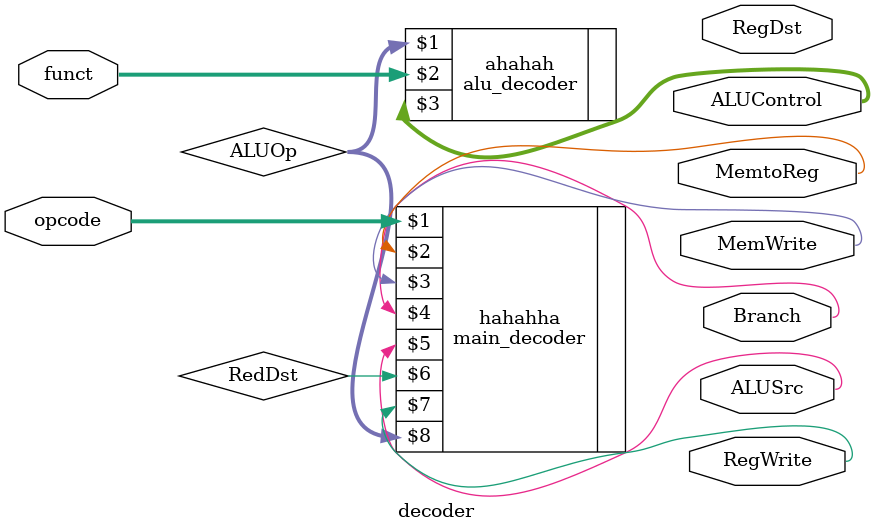
<source format=v>
module decoder(
	input [5:0] opcode, funct,
	output MemtoReg, MemWrite, Branch, ALUSrc, RegDst, RegWrite,
 	output [2:0] ALUControl
);

	wire [1:0] ALUOp;

	main_decoder hahahha(opcode, MemtoReg, MemWrite, Branch, ALUSrc, RedDst, RegWrite, ALUOp);
	alu_decoder ahahah(ALUOp, funct, ALUControl);

endmodule

</source>
